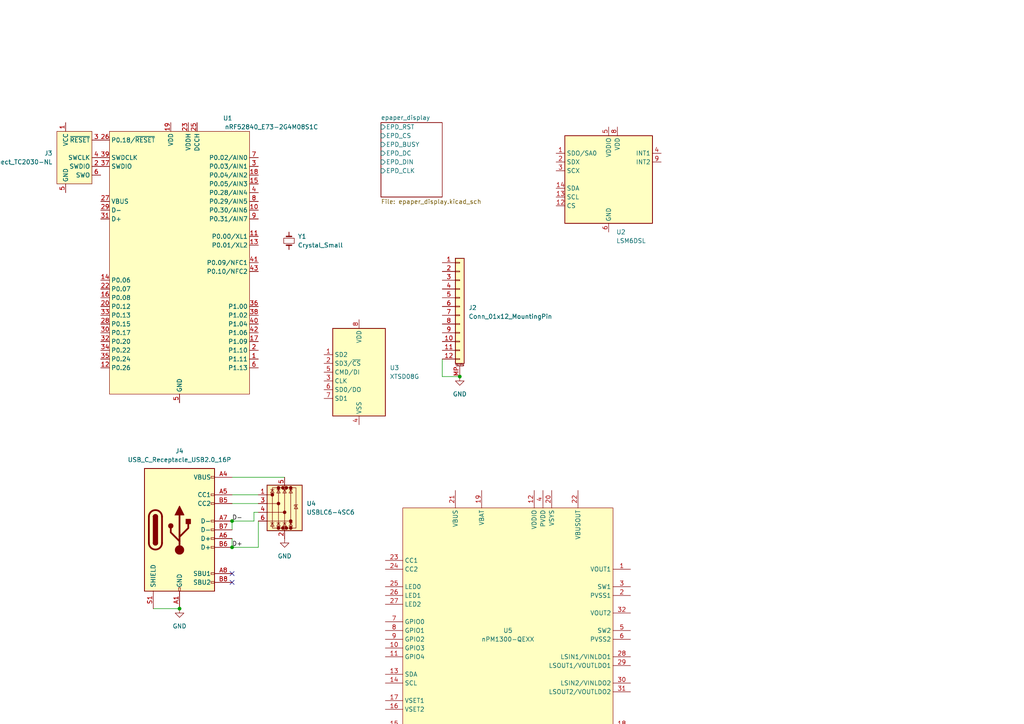
<source format=kicad_sch>
(kicad_sch (version 20231120) (generator "eeschema") (generator_version "8.0")
  (paper "A4")
  (lib_symbols
    (symbol "Connector:Conn_ARM_SWD_TagConnect_TC2030-NL" (in_bom no)
      (property "Reference" "J" (at 2.54 11.43 0))
      (property "Value" "Conn_ARM_SWD_TagConnect_TC2030-NL" (at 2.54 8.89 0))
      (symbol "Conn_ARM_SWD_TagConnect_TC2030-NL_0_0"
        (pin power_in line (at -2.54 10.16 270) (length 2.54) (name "VCC") (number "1"))
        (pin bidirectional line (at 7.62 -2.54 180) (length 2.54) (name "SWDIO") (number "2"))
        (pin open_collector line (at 7.62 5.08 180) (length 2.54) (name "~{RESET}") (number "3"))
        (pin output line (at 7.62 0 180) (length 2.54) (name "SWCLK") (number "4"))
        (pin power_in line (at -2.54 -10.16 90) (length 2.54) (name "GND") (number "5"))
        (pin input line (at 7.62 -5.08 180) (length 2.54) (name "SWO") (number "6"))
      )
      (symbol "Conn_ARM_SWD_TagConnect_TC2030-NL_0_1"
        (rectangle (start -5.08 7.62) (end 5.08 -7.62) (fill (type background)))
      )
    )
    (symbol "Connector:USB_C_Receptacle_USB2.0_16P" (pin_names (offset 1.016))
      (property "Reference" "J" (at 0 22.225 0))
      (property "Value" "USB_C_Receptacle_USB2.0_16P" (at 0 19.685 0))
      (symbol "USB_C_Receptacle_USB2.0_16P_0_0"
        (rectangle (start -0.254 -17.78) (end 0.254 -16.764))
        (rectangle (start 10.16 -14.986) (end 9.144 -15.494))
        (rectangle (start 10.16 -12.446) (end 9.144 -12.954))
        (rectangle (start 10.16 -4.826) (end 9.144 -5.334))
        (rectangle (start 10.16 -2.286) (end 9.144 -2.794))
        (rectangle (start 10.16 0.254) (end 9.144 -0.254))
        (rectangle (start 10.16 2.794) (end 9.144 2.286))
        (rectangle (start 10.16 7.874) (end 9.144 7.366))
        (rectangle (start 10.16 10.414) (end 9.144 9.906))
        (rectangle (start 10.16 15.494) (end 9.144 14.986))
      )
      (symbol "USB_C_Receptacle_USB2.0_16P_0_1"
        (rectangle (start -10.16 17.78) (end 10.16 -17.78) (stroke (width 0.254)) (fill (type background)))
        (arc (start -8.89 -3.81) (mid -6.985 -5.7067) (end -5.08 -3.81) (stroke (width 0.508)))
        (arc (start -7.62 -3.81) (mid -6.985 -4.4423) (end -6.35 -3.81) (stroke (width 0.254)))
        (arc (start -7.62 -3.81) (mid -6.985 -4.4423) (end -6.35 -3.81) (stroke (width 0.254)) (fill (type outline)))
        (rectangle (start -7.62 -3.81) (end -6.35 3.81) (stroke (width 0.254)) (fill (type outline)))
        (arc (start -6.35 3.81) (mid -6.985 4.4423) (end -7.62 3.81) (stroke (width 0.254)))
        (arc (start -6.35 3.81) (mid -6.985 4.4423) (end -7.62 3.81) (stroke (width 0.254)) (fill (type outline)))
        (arc (start -5.08 3.81) (mid -6.985 5.7067) (end -8.89 3.81) (stroke (width 0.508)))
        (circle (center -2.54 1.143) (radius 0.635) (stroke (width 0.254)) (fill (type outline)))
        (circle (center 0 -5.842) (radius 1.27) (fill (type outline)))
        (polyline (pts (xy -8.89 -3.81) (xy -8.89 3.81)) (stroke (width 0.508)))
        (polyline (pts (xy -5.08 3.81) (xy -5.08 -3.81)) (stroke (width 0.508)))
        (polyline (pts (xy 0 -5.842) (xy 0 4.318)) (stroke (width 0.508)))
        (polyline (pts (xy 0 -3.302) (xy -2.54 -0.762) (xy -2.54 0.508)) (stroke (width 0.508)))
        (polyline (pts (xy 0 -2.032) (xy 2.54 0.508) (xy 2.54 1.778)) (stroke (width 0.508)))
        (polyline (pts (xy -1.27 4.318) (xy 0 6.858) (xy 1.27 4.318) (xy -1.27 4.318)) (stroke (width 0.254)) (fill (type outline)))
        (rectangle (start 1.905 1.778) (end 3.175 3.048) (stroke (width 0.254)) (fill (type outline)))
      )
      (symbol "USB_C_Receptacle_USB2.0_16P_1_1"
        (pin passive line (at 0 -22.86 90) (length 5.08) (name "GND") (number "A1"))
        (pin passive line (at 0 -22.86 90) (length 5.08) hide (name "GND") (number "A12"))
        (pin passive line (at 15.24 15.24 180) (length 5.08) (name "VBUS") (number "A4"))
        (pin bidirectional line (at 15.24 10.16 180) (length 5.08) (name "CC1") (number "A5"))
        (pin bidirectional line (at 15.24 -2.54 180) (length 5.08) (name "D+") (number "A6"))
        (pin bidirectional line (at 15.24 2.54 180) (length 5.08) (name "D-") (number "A7"))
        (pin bidirectional line (at 15.24 -12.7 180) (length 5.08) (name "SBU1") (number "A8"))
        (pin passive line (at 15.24 15.24 180) (length 5.08) hide (name "VBUS") (number "A9"))
        (pin passive line (at 0 -22.86 90) (length 5.08) hide (name "GND") (number "B1"))
        (pin passive line (at 0 -22.86 90) (length 5.08) hide (name "GND") (number "B12"))
        (pin passive line (at 15.24 15.24 180) (length 5.08) hide (name "VBUS") (number "B4"))
        (pin bidirectional line (at 15.24 7.62 180) (length 5.08) (name "CC2") (number "B5"))
        (pin bidirectional line (at 15.24 -5.08 180) (length 5.08) (name "D+") (number "B6"))
        (pin bidirectional line (at 15.24 0 180) (length 5.08) (name "D-") (number "B7"))
        (pin bidirectional line (at 15.24 -15.24 180) (length 5.08) (name "SBU2") (number "B8"))
        (pin passive line (at 15.24 15.24 180) (length 5.08) hide (name "VBUS") (number "B9"))
        (pin passive line (at -7.62 -22.86 90) (length 5.08) (name "SHIELD") (number "S1"))
      )
    )
    (symbol "Connector_Generic_MountingPin:Conn_01x12_MountingPin" (pin_names (offset 1.016) hide)
      (property "Reference" "J" (at 0 15.24 0))
      (property "Value" "Conn_01x12_MountingPin" (at 1.27 -17.78 0))
      (symbol "Conn_01x12_MountingPin_1_1"
        (rectangle (start -1.27 -15.113) (end 0 -15.367) (stroke (width 0.1524)))
        (rectangle (start -1.27 -12.573) (end 0 -12.827) (stroke (width 0.1524)))
        (rectangle (start -1.27 -10.033) (end 0 -10.287) (stroke (width 0.1524)))
        (rectangle (start -1.27 -7.493) (end 0 -7.747) (stroke (width 0.1524)))
        (rectangle (start -1.27 -4.953) (end 0 -5.207) (stroke (width 0.1524)))
        (rectangle (start -1.27 -2.413) (end 0 -2.667) (stroke (width 0.1524)))
        (rectangle (start -1.27 0.127) (end 0 -0.127) (stroke (width 0.1524)))
        (rectangle (start -1.27 2.667) (end 0 2.413) (stroke (width 0.1524)))
        (rectangle (start -1.27 5.207) (end 0 4.953) (stroke (width 0.1524)))
        (rectangle (start -1.27 7.747) (end 0 7.493) (stroke (width 0.1524)))
        (rectangle (start -1.27 10.287) (end 0 10.033) (stroke (width 0.1524)))
        (rectangle (start -1.27 12.827) (end 0 12.573) (stroke (width 0.1524)))
        (rectangle (start -1.27 13.97) (end 1.27 -16.51) (stroke (width 0.254)) (fill (type background)))
        (polyline (pts (xy -1.016 -17.272) (xy 1.016 -17.272)) (stroke (width 0.1524)))
        (text "Mounting" (at 0 -16.891 0) (effects (font (size 0.381 0.381))))
        (pin passive line (at -5.08 12.7 0) (length 3.81) (name "Pin_1") (number "1"))
        (pin passive line (at -5.08 -10.16 0) (length 3.81) (name "Pin_10") (number "10"))
        (pin passive line (at -5.08 -12.7 0) (length 3.81) (name "Pin_11") (number "11"))
        (pin passive line (at -5.08 -15.24 0) (length 3.81) (name "Pin_12") (number "12"))
        (pin passive line (at -5.08 10.16 0) (length 3.81) (name "Pin_2") (number "2"))
        (pin passive line (at -5.08 7.62 0) (length 3.81) (name "Pin_3") (number "3"))
        (pin passive line (at -5.08 5.08 0) (length 3.81) (name "Pin_4") (number "4"))
        (pin passive line (at -5.08 2.54 0) (length 3.81) (name "Pin_5") (number "5"))
        (pin passive line (at -5.08 0 0) (length 3.81) (name "Pin_6") (number "6"))
        (pin passive line (at -5.08 -2.54 0) (length 3.81) (name "Pin_7") (number "7"))
        (pin passive line (at -5.08 -5.08 0) (length 3.81) (name "Pin_8") (number "8"))
        (pin passive line (at -5.08 -7.62 0) (length 3.81) (name "Pin_9") (number "9"))
        (pin passive line (at 0 -20.32 90) (length 3.048) (name "MountPin") (number "MP"))
      )
    )
    (symbol "Device:Crystal_Small" (pin_numbers hide) (pin_names (offset 1.016) hide)
      (property "Reference" "Y" (at 0 2.54 0))
      (property "Value" "Crystal_Small" (at 0 -2.54 0))
      (symbol "Crystal_Small_0_1"
        (rectangle (start -0.762 -1.524) (end 0.762 1.524))
        (polyline (pts (xy -1.27 -0.762) (xy -1.27 0.762)) (stroke (width 0.381)))
        (polyline (pts (xy 1.27 -0.762) (xy 1.27 0.762)) (stroke (width 0.381)))
      )
      (symbol "Crystal_Small_1_1"
        (pin passive line (at -2.54 0 0) (length 1.27) (name "1") (number "1"))
        (pin passive line (at 2.54 0 180) (length 1.27) (name "2") (number "2"))
      )
    )
    (symbol "Memory_Flash:XTSD08G"
      (property "Reference" "U" (at -7.62 15.24 0))
      (property "Value" "XTSD08G" (at 2.54 15.24 0))
      (symbol "XTSD08G_0_1"
        (rectangle (start -7.62 12.7) (end 7.62 -12.7) (stroke (width 0.254)) (fill (type background)))
      )
      (symbol "XTSD08G_1_1"
        (pin bidirectional line (at -10.16 5.08 0) (length 2.54) (name "SD2") (number "1"))
        (pin bidirectional line (at -10.16 2.54 0) (length 2.54) (name "SD3/~{CS}") (number "2"))
        (pin input line (at -10.16 -2.54 0) (length 2.54) (name "CLK") (number "3"))
        (pin power_in line (at 0 -15.24 90) (length 2.54) (name "VSS") (number "4"))
        (pin input line (at -10.16 0 0) (length 2.54) (name "CMD/DI") (number "5"))
        (pin bidirectional line (at -10.16 -5.08 0) (length 2.54) (name "SD0/DO") (number "6"))
        (pin bidirectional line (at -10.16 -7.62 0) (length 2.54) (name "SD1") (number "7"))
        (pin power_in line (at 0 15.24 270) (length 2.54) (name "VDD") (number "8"))
      )
    )
    (symbol "PCM_marbastlib-various:nRF52840_E73-2G4M08S1C"
      (property "Reference" "U" (at 13.97 41.91 0))
      (property "Value" "nRF52840_E73-2G4M08S1C" (at 26.67 39.37 0))
      (symbol "nRF52840_E73-2G4M08S1C_0_0"
        (pin bidirectional line (at 22.86 -27.94 180) (length 2.54) (name "P1.11") (number "1"))
        (pin power_in line (at 22.86 15.24 180) (length 2.54) (name "P0.30/AIN6") (number "10"))
        (pin bidirectional line (at 22.86 7.62 180) (length 2.54) (name "P0.00/XL1") (number "11"))
        (pin bidirectional line (at -22.86 -30.48 0) (length 2.54) (name "P0.26") (number "12"))
        (pin bidirectional line (at 22.86 5.08 180) (length 2.54) (name "P0.01/XL2") (number "13"))
        (pin bidirectional line (at -22.86 -5.08 0) (length 2.54) (name "P0.06") (number "14"))
        (pin bidirectional line (at 22.86 22.86 180) (length 2.54) (name "P0.05/AIN3") (number "15"))
        (pin bidirectional line (at -22.86 -10.16 0) (length 2.54) (name "P0.08") (number "16"))
        (pin bidirectional line (at 22.86 -22.86 180) (length 2.54) (name "P1.09") (number "17"))
        (pin bidirectional line (at 22.86 25.4 180) (length 2.54) (name "P0.04/AIN2") (number "18"))
        (pin bidirectional line (at -2.54 40.64 270) (length 2.54) (name "VDD") (number "19"))
        (pin bidirectional line (at 22.86 -25.4 180) (length 2.54) (name "P1.10") (number "2"))
        (pin bidirectional line (at -22.86 -12.7 0) (length 2.54) (name "P0.12") (number "20"))
        (pin bidirectional line (at -22.86 -7.62 0) (length 2.54) (name "P0.07") (number "22"))
        (pin bidirectional line (at 2.54 40.64 270) (length 2.54) (name "VDDH") (number "23"))
        (pin bidirectional line (at 5.08 40.64 270) (length 2.54) (name "DCCH") (number "25"))
        (pin input line (at -22.86 17.78 0) (length 2.54) (name "VBUS") (number "27"))
        (pin bidirectional line (at -22.86 -17.78 0) (length 2.54) (name "P0.15") (number "28"))
        (pin bidirectional line (at -22.86 15.24 0) (length 2.54) (name "D-") (number "29"))
        (pin bidirectional line (at 22.86 27.94 180) (length 2.54) (name "P0.03/AIN1") (number "3"))
        (pin bidirectional line (at -22.86 -20.32 0) (length 2.54) (name "P0.17") (number "30"))
        (pin bidirectional line (at -22.86 12.7 0) (length 2.54) (name "D+") (number "31"))
        (pin bidirectional line (at -22.86 -22.86 0) (length 2.54) (name "P0.20") (number "32"))
        (pin bidirectional line (at -22.86 -15.24 0) (length 2.54) (name "P0.13") (number "33"))
        (pin bidirectional line (at -22.86 -25.4 0) (length 2.54) (name "P0.22") (number "34"))
        (pin bidirectional line (at -22.86 -27.94 0) (length 2.54) (name "P0.24") (number "35"))
        (pin bidirectional line (at 22.86 -12.7 180) (length 2.54) (name "P1.00") (number "36"))
        (pin bidirectional line (at -22.86 27.94 0) (length 2.54) (name "SWDIO") (number "37"))
        (pin bidirectional line (at 22.86 -15.24 180) (length 2.54) (name "P1.02") (number "38"))
        (pin power_in line (at -22.86 30.48 0) (length 2.54) (name "SWDCLK") (number "39"))
        (pin bidirectional line (at 22.86 20.32 180) (length 2.54) (name "P0.28/AIN4") (number "4"))
        (pin bidirectional line (at 22.86 -17.78 180) (length 2.54) (name "P1.04") (number "40"))
        (pin bidirectional line (at 22.86 0 180) (length 2.54) (name "P0.09/NFC1") (number "41"))
        (pin power_in line (at 22.86 -20.32 180) (length 2.54) (name "P1.06") (number "42"))
        (pin power_in line (at 22.86 -2.54 180) (length 2.54) (name "P0.10/NFC2") (number "43"))
        (pin bidirectional line (at 22.86 -30.48 180) (length 2.54) (name "P1.13") (number "6"))
        (pin bidirectional line (at 22.86 30.48 180) (length 2.54) (name "P0.02/AIN0") (number "7"))
        (pin bidirectional line (at 22.86 17.78 180) (length 2.54) (name "P0.29/AIN5") (number "8"))
        (pin power_in line (at 22.86 12.7 180) (length 2.54) (name "P0.31/AIN7") (number "9"))
      )
      (symbol "nRF52840_E73-2G4M08S1C_0_1"
        (rectangle (start -20.32 38.1) (end 20.32 -38.1) (stroke (width 0.1524)) (fill (type background)))
      )
      (symbol "nRF52840_E73-2G4M08S1C_1_0"
        (pin passive line (at 0 -40.64 90) (length 2.54) hide (name "GND") (number "21"))
        (pin passive line (at 0 -40.64 90) (length 2.54) hide (name "GND") (number "24"))
        (pin bidirectional line (at -22.86 35.56 0) (length 2.54) (name "P0.18/~{RESET}") (number "26"))
        (pin power_in line (at 0 -40.64 90) (length 2.54) (name "GND") (number "5"))
      )
    )
    (symbol "PCM_nordic-lib-kicad-npm:nPM1300-QEXX"
      (property "Reference" "U" (at 0 0 0))
      (property "Value" "nPM1300-QEXX" (at 0 -2.54 0))
      (symbol "nPM1300-QEXX_0_0"
        (pin power_out line (at 35.56 17.78 180) (length 5.08) (name "VOUT1") (number "1"))
        (pin bidirectional line (at -35.56 -5.08 0) (length 5.08) (name "GPIO3") (number "10"))
        (pin bidirectional line (at -35.56 -7.62 0) (length 5.08) (name "GPIO4") (number "11"))
        (pin power_in line (at 7.62 40.64 270) (length 5.08) (name "VDDIO") (number "12"))
        (pin bidirectional line (at -35.56 -12.7 0) (length 5.08) (name "SDA") (number "13"))
        (pin bidirectional line (at -35.56 -15.24 0) (length 5.08) (name "SCL") (number "14"))
        (pin input line (at -35.56 -27.94 0) (length 5.08) (name "SHPHLD") (number "15"))
        (pin passive line (at -35.56 -22.86 0) (length 5.08) (name "VSET2") (number "16"))
        (pin passive line (at -35.56 -20.32 0) (length 5.08) (name "VSET1") (number "17"))
        (pin passive line (at 35.56 -27.94 180) (length 5.08) (name "NTC") (number "18"))
        (pin power_in line (at -7.62 40.64 270) (length 5.08) (name "VBAT") (number "19"))
        (pin power_out line (at 12.7 40.64 270) (length 5.08) (name "VSYS") (number "20"))
        (pin power_in line (at -15.24 40.64 270) (length 5.08) (name "VBUS") (number "21"))
        (pin power_out line (at 20.32 40.64 270) (length 5.08) (name "VBUSOUT") (number "22"))
        (pin bidirectional line (at -35.56 20.32 0) (length 5.08) (name "CC1") (number "23"))
        (pin bidirectional line (at -35.56 17.78 0) (length 5.08) (name "CC2") (number "24"))
        (pin open_collector line (at -35.56 12.7 0) (length 5.08) (name "LED0") (number "25"))
        (pin open_collector line (at -35.56 10.16 0) (length 5.08) (name "LED1") (number "26"))
        (pin open_collector line (at -35.56 7.62 0) (length 5.08) (name "LED2") (number "27"))
        (pin output line (at 35.56 -10.16 180) (length 5.08) (name "LSOUT1/VOUTLDO1") (number "29"))
        (pin passive line (at 35.56 12.7 180) (length 5.08) (name "SW1") (number "3"))
        (pin input line (at 35.56 -15.24 180) (length 5.08) (name "LSIN2/VINLDO2") (number "30"))
        (pin output line (at 35.56 -17.78 180) (length 5.08) (name "LSOUT2/VOUTLDO2") (number "31"))
        (pin power_out line (at 35.56 5.08 180) (length 5.08) (name "VOUT2") (number "32"))
        (pin power_in line (at 0 -40.64 90) (length 5.08) (name "AVSS") (number "33"))
        (pin power_in line (at 10.16 40.64 270) (length 5.08) (name "PVDD") (number "4"))
        (pin passive line (at 35.56 0 180) (length 5.08) (name "SW2") (number "5"))
        (pin bidirectional line (at -35.56 2.54 0) (length 5.08) (name "GPIO0") (number "7"))
        (pin bidirectional line (at -35.56 0 0) (length 5.08) (name "GPIO1") (number "8"))
        (pin bidirectional line (at -35.56 -2.54 0) (length 5.08) (name "GPIO2") (number "9"))
      )
      (symbol "nPM1300-QEXX_1_0"
        (pin power_in line (at 35.56 10.16 180) (length 5.08) (name "PVSS1") (number "2"))
        (pin input line (at 35.56 -7.62 180) (length 5.08) (name "LSIN1/VINLDO1") (number "28"))
        (pin power_in line (at 35.56 -2.54 180) (length 5.08) (name "PVSS2") (number "6"))
      )
      (symbol "nPM1300-QEXX_1_1"
        (rectangle (start -30.48 35.56) (end 30.48 -35.56) (fill (type background)))
      )
    )
    (symbol "Power_Protection:USBLC6-4SC6" (pin_names hide)
      (property "Reference" "U" (at 1.27 9.525 0))
      (property "Value" "USBLC6-4SC6" (at 1.27 6.985 0))
      (symbol "USBLC6-4SC6_0_0"
        (circle (center -3.556 2.54) (radius 0.0001) (stroke (width 0.508)))
        (circle (center -1.778 -7.112) (radius 0.0001) (stroke (width 0.508)))
        (circle (center -1.778 0) (radius 0.0001) (stroke (width 0.508)))
        (circle (center -1.778 4.572) (radius 0.0001) (stroke (width 0.508)))
        (circle (center -0.508 -7.112) (radius 0.0001) (stroke (width 0.508)))
        (circle (center -0.508 4.572) (radius 0.0001) (stroke (width 0.508)))
        (circle (center 0 -2.54) (radius 0.0001) (stroke (width 0.508)))
        (circle (center 0.508 -7.112) (radius 0.0001) (stroke (width 0.508)))
        (circle (center 0.508 4.572) (radius 0.0001) (stroke (width 0.508)))
        (circle (center 1.778 -7.112) (radius 0.0001) (stroke (width 0.508)))
        (circle (center 1.778 -5.08) (radius 0.0001) (stroke (width 0.508)))
        (circle (center 1.778 4.572) (radius 0.0001) (stroke (width 0.508)))
      )
      (symbol "USBLC6-4SC6_0_1"
        (polyline (pts (xy -5.08 -5.08) (xy 1.778 -5.08)))
        (polyline (pts (xy -5.08 -2.54) (xy 0 -2.54)))
        (polyline (pts (xy -5.08 0) (xy -1.778 0)))
        (polyline (pts (xy -5.08 2.54) (xy -3.556 2.54)))
        (polyline (pts (xy -4.064 -5.588) (xy -3.048 -5.588)))
        (polyline (pts (xy -3.048 4.064) (xy -4.064 4.064)))
        (polyline (pts (xy -2.286 -5.588) (xy -1.27 -5.588)))
        (polyline (pts (xy -2.286 4.064) (xy -1.27 4.064)))
        (polyline (pts (xy -0.508 -5.588) (xy 0.508 -5.588)))
        (polyline (pts (xy 0 5.08) (xy 0.508 4.572)))
        (polyline (pts (xy 0.508 -7.112) (xy -0.508 -7.112)))
        (polyline (pts (xy 0.508 4.064) (xy -0.508 4.064)))
        (polyline (pts (xy 1.27 4.064) (xy 2.286 4.064)))
        (polyline (pts (xy 2.286 -5.588) (xy 1.27 -5.588)))
        (polyline (pts (xy 2.794 -0.762) (xy 2.794 -0.381) (xy 3.81 -0.381)))
        (polyline (pts (xy -4.064 3.048) (xy -3.048 3.048) (xy -3.556 4.064) (xy -4.064 3.048)))
        (polyline (pts (xy -3.048 -6.604) (xy -4.064 -6.604) (xy -3.556 -5.588) (xy -3.048 -6.604)))
        (polyline (pts (xy -1.27 -6.604) (xy -2.286 -6.604) (xy -1.778 -5.588) (xy -1.27 -6.604)))
        (polyline (pts (xy -1.27 3.048) (xy -2.286 3.048) (xy -1.778 4.064) (xy -1.27 3.048)))
        (polyline (pts (xy -0.508 -6.604) (xy 0.508 -6.604) (xy 0 -5.588) (xy -0.508 -6.604)))
        (polyline (pts (xy -0.508 3.048) (xy 0.508 3.048) (xy 0 4.064) (xy -0.508 3.048)))
        (polyline (pts (xy 1.27 -6.604) (xy 2.286 -6.604) (xy 1.778 -5.588) (xy 1.27 -6.604)))
        (polyline (pts (xy 1.778 4.572) (xy 3.302 4.572) (xy 3.302 -7.112) (xy 1.778 -7.112)))
        (polyline (pts (xy 2.286 3.048) (xy 1.27 3.048) (xy 1.778 4.064) (xy 2.286 3.048)))
        (polyline (pts (xy 3.81 -1.524) (xy 2.794 -1.524) (xy 3.302 -0.508) (xy 3.81 -1.524)))
      )
      (symbol "USBLC6-4SC6_1_1"
        (rectangle (start -5.08 5.334) (end 5.08 -7.874) (stroke (width 0.254)) (fill (type background)))
        (polyline (pts (xy -1.778 4.572) (xy -3.556 4.572) (xy -3.556 -7.112) (xy -1.778 -7.112)))
        (polyline (pts (xy -0.508 4.572) (xy 1.778 4.572) (xy 1.778 -7.112) (xy 0.508 -7.112)))
        (polyline (pts (xy 0.508 -7.112) (xy 0 -6.604) (xy 0 4.064) (xy -0.508 4.572)))
        (polyline (pts (xy 0 -7.62) (xy -0.508 -7.112) (xy -1.778 -7.112) (xy -1.778 4.572) (xy -0.508 4.572)))
        (pin passive line (at -7.62 2.54 0) (length 2.54) (name "I/O1") (number "1"))
        (pin passive line (at 0 -10.16 90) (length 2.54) (name "GND") (number "2"))
        (pin passive line (at -7.62 0 0) (length 2.54) (name "I/O2") (number "3"))
        (pin passive line (at -7.62 -2.54 0) (length 2.54) (name "I/O3") (number "4"))
        (pin passive line (at 0 7.62 270) (length 2.54) (name "VBUS") (number "5"))
        (pin passive line (at -7.62 -5.08 0) (length 2.54) (name "I/O4") (number "6"))
      )
    )
    (symbol "Sensor_Motion:LSM6DSL"
      (property "Reference" "U" (at -11.43 15.24 0))
      (property "Value" "LSM6DSL" (at -11.43 12.7 0))
      (symbol "LSM6DSL_0_1"
        (rectangle (start -12.7 12.7) (end 12.7 -12.7) (stroke (width 0.254)) (fill (type background)))
      )
      (symbol "LSM6DSL_1_1"
        (pin bidirectional line (at -15.24 7.62 0) (length 2.54) (name "SDO/SA0") (number "1"))
        (pin no_connect line (at 12.7 -5.08 180) (length 3.81) hide (name "NC") (number "10"))
        (pin no_connect line (at 12.7 -2.54 180) (length 3.81) hide (name "NC") (number "11"))
        (pin input line (at -15.24 -7.62 0) (length 2.54) (name "CS") (number "12"))
        (pin input line (at -15.24 -5.08 0) (length 2.54) (name "SCL") (number "13"))
        (pin bidirectional line (at -15.24 -2.54 0) (length 2.54) (name "SDA") (number "14"))
        (pin bidirectional line (at -15.24 5.08 0) (length 2.54) (name "SDX") (number "2"))
        (pin input line (at -15.24 2.54 0) (length 2.54) (name "SCX") (number "3"))
        (pin output line (at 15.24 7.62 180) (length 2.54) (name "INT1") (number "4"))
        (pin power_in line (at 0 15.24 270) (length 2.54) (name "VDDIO") (number "5"))
        (pin power_in line (at 0 -15.24 90) (length 2.54) (name "GND") (number "6"))
        (pin passive line (at 0 -15.24 90) (length 2.54) hide (name "GND") (number "7"))
        (pin power_in line (at 2.54 15.24 270) (length 2.54) (name "VDD") (number "8"))
        (pin output line (at 15.24 5.08 180) (length 2.54) (name "INT2") (number "9"))
      )
    )
    (symbol "power:GND" (power) (pin_numbers hide) (pin_names (offset 0) hide)
      (property "Value" "GND" (at 0 -3.81 0))
      (symbol "GND_0_1"
        (polyline (pts (xy 0 0) (xy 0 -1.27) (xy 1.27 -1.27) (xy 0 -2.54) (xy -1.27 -1.27) (xy 0 -1.27)))
      )
      (symbol "GND_1_1"
        (pin power_in line (at 0 0 270) (length 0) (name "~") (number "1"))
      )
    )
  )
  (junction (at 133.35 109.22))
  (junction (at 67.31 158.75))
  (junction (at 52.07 176.53))
  (junction (at 67.31 151.13))
  (no_connect (at 67.31 168.91))
  (no_connect (at 67.31 166.37))
  (wire (pts (xy 67.31 146.05) (xy 74.93 146.05)))
  (wire (pts (xy 44.45 176.53) (xy 52.07 176.53)))
  (wire (pts (xy 67.31 151.13) (xy 73.66 151.13)))
  (wire (pts (xy 73.66 148.59) (xy 73.66 151.13)))
  (wire (pts (xy 74.93 158.75) (xy 67.31 158.75)))
  (wire (pts (xy 74.93 151.13) (xy 74.93 158.75)))
  (wire (pts (xy 67.31 156.21) (xy 67.31 158.75)))
  (wire (pts (xy 67.31 151.13) (xy 67.31 153.67)))
  (wire (pts (xy 74.93 148.59) (xy 73.66 148.59)))
  (wire (pts (xy 128.27 104.14) (xy 128.27 109.22)))
  (wire (pts (xy 128.27 109.22) (xy 133.35 109.22)))
  (wire (pts (xy 67.31 138.43) (xy 82.55 138.43)))
  (wire (pts (xy 67.31 143.51) (xy 74.93 143.51)))
  (label "D+" (at 67.31 158.75 0))
  (label "D-" (at 67.31 151.13 0))
  (symbol (lib_id "Connector:USB_C_Receptacle_USB2.0_16P") (at 52.07 153.67 0) (unit 1)
    (property "Reference" "J4" (at 52.07 130.81 0))
    (property "Value" "USB_C_Receptacle_USB2.0_16P" (at 52.07 133.35 0))
    (property "Datasheet" "https://www.usb.org/sites/default/files/documents/usb_type-c.zip" (effects (hide yes)))
    (property "Description" "USB 2.0-only 16P Type-C Receptacle connector" (effects (hide yes)))
  )
  (symbol (lib_id "power:GND") (at 52.07 176.53 0) (unit 1)
    (property "Reference" "#PWR08" (effects (hide yes)))
    (property "Value" "GND" (at 52.07 181.61 0))
    (property "Description" "Power symbol creates a global label with name \"GND\" , ground" (effects (hide yes)))
  )
  (symbol (lib_id "PCM_marbastlib-various:nRF52840_E73-2G4M08S1C") (at 52.07 76.2 0) (unit 1)
    (property "Reference" "U1" (at 66.04 34.29 0))
    (property "Value" "nRF52840_E73-2G4M08S1C" (at 78.74 36.83 0))
    (property "Footprint" "PCM_marbastlib-various:nRF52840_E73-2G4M08S1C" (effects (hide yes)))
    (property "Datasheet" "https://www.ebyte.com/en/downpdf.aspx?id=445" (effects (hide yes)))
    (property "Description" "nRF52840 BT LE module" (effects (hide yes)))
    (property "LCSC" "C356849" (effects (hide yes)))
  )
  (symbol (lib_id "Device:Crystal_Small") (at 83.82 69.85 90) (unit 1)
    (property "Reference" "Y1" (at 86.36 68.5799 90) (effects (justify right)))
    (property "Value" "Crystal_Small" (at 86.36 71.1199 90) (effects (justify right)))
    (property "Description" "Two pin crystal, small symbol" (effects (hide yes)))
  )
  (symbol (lib_id "Power_Protection:USBLC6-4SC6") (at 82.55 146.05 0) (unit 1)
    (property "Reference" "U4" (at 88.9 146.0499 0) (effects (justify left)))
    (property "Value" "USBLC6-4SC6" (at 88.9 148.5899 0) (effects (justify left)))
    (property "Footprint" "Package_TO_SOT_SMD:SOT-23-6" (effects (hide yes)))
    (property "Datasheet" "https://www.st.com/resource/en/datasheet/usblc6-4.pdf" (effects (hide yes)))
    (property "Description" "Very low capacitance ESD protection diode, 4 data-line, SOT-23-6" (effects (hide yes)))
  )
  (symbol (lib_id "power:GND") (at 133.35 109.22 0) (unit 1)
    (property "Reference" "#PWR07" (effects (hide yes)))
    (property "Value" "GND" (at 133.35 114.3 0))
    (property "Description" "Power symbol creates a global label with name \"GND\" , ground" (effects (hide yes)))
  )
  (symbol (lib_id "Connector_Generic_MountingPin:Conn_01x12_MountingPin") (at 133.35 88.9 0) (unit 1)
    (property "Reference" "J2" (at 135.89 89.2555 0) (effects (justify left)))
    (property "Value" "Conn_01x12_MountingPin" (at 135.89 91.7955 0) (effects (justify left)))
    (property "Footprint" "Connector_FFC-FPC:TE_1-1734839-2_1x12-1MP_P0.5mm_Horizontal" (effects (hide yes)))
    (property "Description" "Generic connectable mounting pin connector, single row, 01x12, script generated (kicad-library-utils/schlib/autogen/connector/)" (effects (hide yes)))
  )
  (symbol (lib_id "Connector:Conn_ARM_SWD_TagConnect_TC2030-NL") (at 21.59 45.72 0) (unit 1) (in_bom no)
    (property "Reference" "J3" (at 15.24 44.4499 0) (effects (justify right)))
    (property "Value" "Conn_ARM_SWD_TagConnect_TC2030-NL" (at 15.24 46.9899 0) (effects (justify right)))
    (property "Footprint" "Connector:Tag-Connect_TC2030-IDC-NL_2x03_P1.27mm_Vertical" (effects (hide yes)))
    (property "Datasheet" "https://www.tag-connect.com/wp-content/uploads/bsk-pdf-manager/TC2030-CTX_1.pdf" (effects (hide yes)))
    (property "Description" "Tag-Connect ARM Cortex SWD JTAG connector, 6 pin, no legs" (effects (hide yes)))
  )
  (symbol (lib_id "power:GND") (at 82.55 156.21 0) (unit 1)
    (property "Reference" "#PWR016" (effects (hide yes)))
    (property "Value" "GND" (at 82.55 161.29 0))
    (property "Description" "Power symbol creates a global label with name \"GND\" , ground" (effects (hide yes)))
  )
  (symbol (lib_id "PCM_nordic-lib-kicad-npm:nPM1300-QEXX") (at 147.32 182.88 0) (unit 1)
    (property "Reference" "U5" (at 147.32 182.88 0))
    (property "Value" "nPM1300-QEXX" (at 147.32 185.42 0))
    (property "Footprint" "Package_DFN_QFN:QFN-32-1EP_5x5mm_P0.5mm_EP3.6x3.6mm_ThermalVias" (effects (hide yes)))
    (property "Datasheet" "https://docs.nordicsemi.com/bundle/ps_npm1300" (effects (hide yes)))
    (property "Description" "PMIC, LED Driver, Battery Charger, QFN-32" (effects (hide yes)))
  )
  (symbol (lib_id "Memory_Flash:XTSD08G") (at 104.14 107.95 0) (unit 1)
    (property "Reference" "U3" (at 113.03 106.6799 0) (effects (justify left)))
    (property "Value" "XTSD08G" (at 113.03 109.2199 0) (effects (justify left)))
    (property "Footprint" "Package_LGA:LGA-8_8x6mm_P1.27mm" (effects (hide yes)))
    (property "Datasheet" "https://datasheet.lcsc.com/lcsc/2005251034_XTX-XTSD08GLGEAG_C558840.pdf" (effects (hide yes)))
    (property "Description" "8Gbit NAND flash compliant with SD2.0 interface, 50Mhz 3.3V, LGA-8" (effects (hide yes)))
  )
  (symbol (lib_id "Sensor_Motion:LSM6DSL") (at 176.53 52.07 0) (unit 1)
    (property "Reference" "U2" (at 178.7241 67.31 0) (effects (justify left)))
    (property "Value" "LSM6DSL" (at 178.7241 69.85 0) (effects (justify left)))
    (property "Footprint" "Package_LGA:LGA-14_3x2.5mm_P0.5mm_LayoutBorder3x4y" (effects (hide yes)))
    (property "Datasheet" "https://www.st.com/resource/en/datasheet/lsm6dsl.pdf" (effects (hide yes)))
    (property "Description" "I2C/SPI, iNEMO inertial module: always-on 3D accelerometer and 3D gyroscope, 1.71V to 3.6V VCC" (effects (hide yes)))
  )
  (sheet (at 110.49 35.56) (size 17.78 21.59) (stroke (width 0.1524))
    (property "Sheetname" "epaper_display" (at 110.49 34.8484 0) (effects (justify left bottom)))
    (property "Sheetfile" "epaper_display.kicad_sch" (at 110.49 57.7346 0) (effects (justify left top)))
    (pin "EPD_RST" input (at 110.49 36.83 180))
    (pin "EPD_CS" input (at 110.49 39.37 180))
    (pin "EPD_BUSY" input (at 110.49 41.91 180))
    (pin "EPD_DC" input (at 110.49 44.45 180))
    (pin "EPD_DIN" input (at 110.49 46.99 180))
    (pin "EPD_CLK" input (at 110.49 49.53 180))
  )
)
</source>
